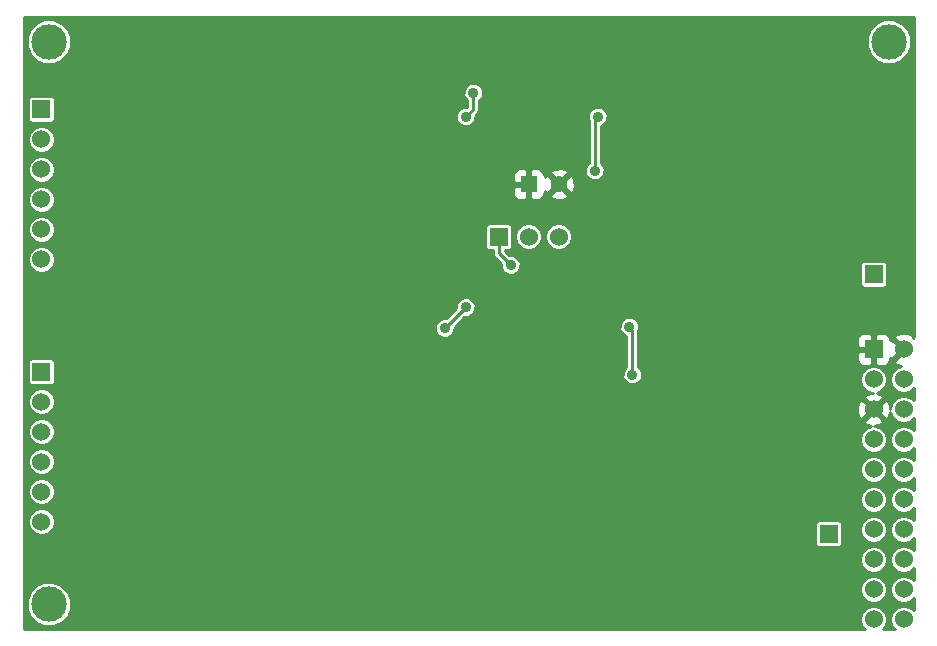
<source format=gbl>
G04 (created by PCBNEW (2013-07-07 BZR 4022)-stable) date 11/28/2013 9:42:38 AM*
%MOIN*%
G04 Gerber Fmt 3.4, Leading zero omitted, Abs format*
%FSLAX34Y34*%
G01*
G70*
G90*
G04 APERTURE LIST*
%ADD10C,0.00590551*%
%ADD11R,0.06X0.06*%
%ADD12C,0.06*%
%ADD13C,0.11811*%
%ADD14R,0.055X0.055*%
%ADD15C,0.055*%
%ADD16C,0.035*%
%ADD17C,0.01*%
G04 APERTURE END LIST*
G54D10*
G54D11*
X64000Y-58250D03*
G54D12*
X65000Y-58250D03*
X64000Y-59250D03*
X65000Y-59250D03*
X64000Y-60250D03*
X65000Y-60250D03*
X64000Y-61250D03*
X65000Y-61250D03*
X64000Y-62250D03*
X65000Y-62250D03*
X64000Y-63250D03*
X65000Y-63250D03*
X64000Y-64250D03*
X65000Y-64250D03*
X64000Y-65250D03*
X65000Y-65250D03*
X64000Y-66250D03*
X65000Y-66250D03*
X64000Y-67250D03*
X65000Y-67250D03*
G54D11*
X51500Y-54500D03*
G54D12*
X52500Y-54500D03*
X53500Y-54500D03*
G54D11*
X36250Y-50250D03*
G54D12*
X36250Y-51250D03*
X36250Y-52250D03*
X36250Y-53250D03*
X36250Y-54250D03*
X36250Y-55250D03*
G54D13*
X36500Y-48000D03*
X64500Y-48000D03*
X36500Y-66750D03*
G54D11*
X62500Y-64400D03*
X64000Y-55750D03*
X36250Y-59000D03*
G54D12*
X36250Y-60000D03*
X36250Y-61000D03*
X36250Y-62000D03*
X36250Y-63000D03*
X36250Y-64000D03*
G54D14*
X52500Y-52750D03*
G54D15*
X53500Y-52750D03*
G54D16*
X61428Y-65768D03*
X60500Y-67000D03*
X44700Y-53350D03*
X47250Y-51550D03*
X55250Y-52500D03*
X58750Y-50800D03*
X61350Y-49500D03*
X58350Y-47500D03*
X49700Y-49950D03*
X44700Y-49900D03*
X47200Y-48050D03*
X38300Y-50450D03*
X40150Y-47650D03*
X42850Y-49500D03*
X51500Y-51500D03*
X50350Y-62900D03*
X43100Y-63500D03*
X54000Y-64072D03*
X43599Y-56443D03*
X42522Y-66563D03*
X58250Y-54263D03*
X51500Y-58477D03*
X49750Y-56727D03*
X38823Y-57861D03*
X47250Y-61773D03*
X49750Y-52314D03*
X60750Y-52074D03*
X37572Y-53399D03*
X58250Y-57517D03*
X60750Y-62070D03*
X40187Y-64611D03*
X37574Y-65616D03*
X43233Y-60068D03*
X44019Y-66560D03*
X47250Y-58521D03*
X49750Y-60225D03*
X50812Y-64139D03*
X58250Y-63774D03*
X58250Y-60766D03*
X60750Y-59978D03*
X38250Y-58523D03*
X39500Y-54941D03*
X39782Y-51433D03*
X60864Y-56737D03*
X53750Y-50835D03*
X39500Y-60515D03*
X42766Y-52936D03*
X44022Y-63312D03*
X37573Y-62264D03*
X53610Y-57821D03*
X37564Y-55633D03*
X47250Y-55023D03*
X47250Y-65273D03*
X49750Y-66726D03*
X54700Y-52300D03*
X54800Y-50500D03*
X50400Y-56850D03*
X49700Y-57550D03*
X50650Y-49700D03*
X50400Y-50500D03*
X51900Y-55450D03*
X55950Y-59100D03*
X55850Y-57500D03*
G54D17*
X61428Y-65768D02*
X61428Y-66071D01*
X61428Y-66071D02*
X60500Y-67000D01*
X44700Y-49900D02*
X44700Y-49850D01*
X54700Y-50600D02*
X54700Y-52300D01*
X54800Y-50500D02*
X54700Y-50600D01*
X49700Y-57550D02*
X50400Y-56850D01*
X50650Y-50250D02*
X50650Y-49700D01*
X50400Y-50500D02*
X50650Y-50250D01*
X51500Y-54500D02*
X51500Y-55050D01*
X51500Y-55050D02*
X51900Y-55450D01*
X55950Y-57600D02*
X55950Y-59100D01*
X55850Y-57500D02*
X55950Y-57600D01*
G54D10*
G36*
X65330Y-66943D02*
X65255Y-66868D01*
X65089Y-66800D01*
X64910Y-66799D01*
X64745Y-66868D01*
X64618Y-66994D01*
X64550Y-67160D01*
X64549Y-67339D01*
X64618Y-67504D01*
X64693Y-67580D01*
X64306Y-67580D01*
X64381Y-67505D01*
X64449Y-67339D01*
X64450Y-67160D01*
X64450Y-66160D01*
X64450Y-65160D01*
X64450Y-64160D01*
X64450Y-63160D01*
X64450Y-62160D01*
X64450Y-61160D01*
X64381Y-60995D01*
X64255Y-60868D01*
X64089Y-60800D01*
X64013Y-60800D01*
X64136Y-60793D01*
X64287Y-60731D01*
X64315Y-60635D01*
X64000Y-60320D01*
X63929Y-60391D01*
X63929Y-60250D01*
X63614Y-59934D01*
X63518Y-59962D01*
X63445Y-60168D01*
X63456Y-60386D01*
X63518Y-60537D01*
X63614Y-60565D01*
X63929Y-60250D01*
X63929Y-60391D01*
X63684Y-60635D01*
X63712Y-60731D01*
X63907Y-60801D01*
X63745Y-60868D01*
X63618Y-60994D01*
X63550Y-61160D01*
X63549Y-61339D01*
X63618Y-61504D01*
X63744Y-61631D01*
X63910Y-61699D01*
X64089Y-61700D01*
X64254Y-61631D01*
X64381Y-61505D01*
X64449Y-61339D01*
X64450Y-61160D01*
X64450Y-62160D01*
X64381Y-61995D01*
X64255Y-61868D01*
X64089Y-61800D01*
X63910Y-61799D01*
X63745Y-61868D01*
X63618Y-61994D01*
X63550Y-62160D01*
X63549Y-62339D01*
X63618Y-62504D01*
X63744Y-62631D01*
X63910Y-62699D01*
X64089Y-62700D01*
X64254Y-62631D01*
X64381Y-62505D01*
X64449Y-62339D01*
X64450Y-62160D01*
X64450Y-63160D01*
X64381Y-62995D01*
X64255Y-62868D01*
X64089Y-62800D01*
X63910Y-62799D01*
X63745Y-62868D01*
X63618Y-62994D01*
X63550Y-63160D01*
X63549Y-63339D01*
X63618Y-63504D01*
X63744Y-63631D01*
X63910Y-63699D01*
X64089Y-63700D01*
X64254Y-63631D01*
X64381Y-63505D01*
X64449Y-63339D01*
X64450Y-63160D01*
X64450Y-64160D01*
X64381Y-63995D01*
X64255Y-63868D01*
X64089Y-63800D01*
X63910Y-63799D01*
X63745Y-63868D01*
X63618Y-63994D01*
X63550Y-64160D01*
X63549Y-64339D01*
X63618Y-64504D01*
X63744Y-64631D01*
X63910Y-64699D01*
X64089Y-64700D01*
X64254Y-64631D01*
X64381Y-64505D01*
X64449Y-64339D01*
X64450Y-64160D01*
X64450Y-65160D01*
X64381Y-64995D01*
X64255Y-64868D01*
X64089Y-64800D01*
X63910Y-64799D01*
X63745Y-64868D01*
X63618Y-64994D01*
X63550Y-65160D01*
X63549Y-65339D01*
X63618Y-65504D01*
X63744Y-65631D01*
X63910Y-65699D01*
X64089Y-65700D01*
X64254Y-65631D01*
X64381Y-65505D01*
X64449Y-65339D01*
X64450Y-65160D01*
X64450Y-66160D01*
X64381Y-65995D01*
X64255Y-65868D01*
X64089Y-65800D01*
X63910Y-65799D01*
X63745Y-65868D01*
X63618Y-65994D01*
X63550Y-66160D01*
X63549Y-66339D01*
X63618Y-66504D01*
X63744Y-66631D01*
X63910Y-66699D01*
X64089Y-66700D01*
X64254Y-66631D01*
X64381Y-66505D01*
X64449Y-66339D01*
X64450Y-66160D01*
X64450Y-67160D01*
X64381Y-66995D01*
X64255Y-66868D01*
X64089Y-66800D01*
X63910Y-66799D01*
X63745Y-66868D01*
X63618Y-66994D01*
X63550Y-67160D01*
X63549Y-67339D01*
X63618Y-67504D01*
X63693Y-67580D01*
X62950Y-67580D01*
X62950Y-64670D01*
X62950Y-64070D01*
X62927Y-64015D01*
X62885Y-63972D01*
X62829Y-63950D01*
X62770Y-63949D01*
X62170Y-63949D01*
X62115Y-63972D01*
X62072Y-64014D01*
X62050Y-64070D01*
X62049Y-64129D01*
X62049Y-64729D01*
X62072Y-64784D01*
X62114Y-64827D01*
X62170Y-64849D01*
X62229Y-64850D01*
X62829Y-64850D01*
X62884Y-64827D01*
X62927Y-64785D01*
X62949Y-64729D01*
X62950Y-64670D01*
X62950Y-67580D01*
X56275Y-67580D01*
X56275Y-59035D01*
X56225Y-58916D01*
X56150Y-58840D01*
X56150Y-57625D01*
X56174Y-57564D01*
X56175Y-57435D01*
X56125Y-57316D01*
X56034Y-57224D01*
X55914Y-57175D01*
X55785Y-57174D01*
X55666Y-57224D01*
X55574Y-57315D01*
X55525Y-57435D01*
X55524Y-57564D01*
X55574Y-57683D01*
X55665Y-57775D01*
X55750Y-57810D01*
X55750Y-58840D01*
X55674Y-58915D01*
X55625Y-59035D01*
X55624Y-59164D01*
X55674Y-59283D01*
X55765Y-59375D01*
X55885Y-59424D01*
X56014Y-59425D01*
X56133Y-59375D01*
X56225Y-59284D01*
X56274Y-59164D01*
X56275Y-59035D01*
X56275Y-67580D01*
X55125Y-67580D01*
X55125Y-50435D01*
X55075Y-50316D01*
X54984Y-50224D01*
X54864Y-50175D01*
X54735Y-50174D01*
X54616Y-50224D01*
X54524Y-50315D01*
X54475Y-50435D01*
X54474Y-50564D01*
X54500Y-50625D01*
X54500Y-52040D01*
X54424Y-52115D01*
X54375Y-52235D01*
X54374Y-52364D01*
X54424Y-52483D01*
X54515Y-52575D01*
X54635Y-52624D01*
X54764Y-52625D01*
X54883Y-52575D01*
X54975Y-52484D01*
X55024Y-52364D01*
X55025Y-52235D01*
X54975Y-52116D01*
X54900Y-52040D01*
X54900Y-50810D01*
X54983Y-50775D01*
X55075Y-50684D01*
X55124Y-50564D01*
X55125Y-50435D01*
X55125Y-67580D01*
X54029Y-67580D01*
X54029Y-52825D01*
X54018Y-52617D01*
X53960Y-52477D01*
X53867Y-52452D01*
X53797Y-52523D01*
X53797Y-52382D01*
X53772Y-52289D01*
X53575Y-52220D01*
X53367Y-52231D01*
X53227Y-52289D01*
X53202Y-52382D01*
X53500Y-52679D01*
X53797Y-52382D01*
X53797Y-52523D01*
X53570Y-52750D01*
X53867Y-53047D01*
X53960Y-53022D01*
X54029Y-52825D01*
X54029Y-67580D01*
X53950Y-67580D01*
X53950Y-54410D01*
X53881Y-54245D01*
X53797Y-54160D01*
X53797Y-53117D01*
X53500Y-52820D01*
X53429Y-52891D01*
X53429Y-52750D01*
X53132Y-52452D01*
X53039Y-52477D01*
X53025Y-52518D01*
X53024Y-52425D01*
X52986Y-52333D01*
X52916Y-52262D01*
X52824Y-52224D01*
X52612Y-52225D01*
X52550Y-52287D01*
X52550Y-52700D01*
X52557Y-52700D01*
X52557Y-52800D01*
X52550Y-52800D01*
X52550Y-53212D01*
X52612Y-53275D01*
X52824Y-53275D01*
X52916Y-53237D01*
X52986Y-53166D01*
X53024Y-53074D01*
X53025Y-52987D01*
X53039Y-53022D01*
X53132Y-53047D01*
X53429Y-52750D01*
X53429Y-52891D01*
X53202Y-53117D01*
X53227Y-53210D01*
X53424Y-53279D01*
X53632Y-53268D01*
X53772Y-53210D01*
X53797Y-53117D01*
X53797Y-54160D01*
X53755Y-54118D01*
X53589Y-54050D01*
X53410Y-54049D01*
X53245Y-54118D01*
X53118Y-54244D01*
X53050Y-54410D01*
X53049Y-54589D01*
X53118Y-54754D01*
X53244Y-54881D01*
X53410Y-54949D01*
X53589Y-54950D01*
X53754Y-54881D01*
X53881Y-54755D01*
X53949Y-54589D01*
X53950Y-54410D01*
X53950Y-67580D01*
X52950Y-67580D01*
X52950Y-54410D01*
X52881Y-54245D01*
X52755Y-54118D01*
X52589Y-54050D01*
X52450Y-54049D01*
X52450Y-53212D01*
X52450Y-52800D01*
X52450Y-52700D01*
X52450Y-52287D01*
X52387Y-52225D01*
X52175Y-52224D01*
X52083Y-52262D01*
X52013Y-52333D01*
X51975Y-52425D01*
X51974Y-52524D01*
X51975Y-52637D01*
X52037Y-52700D01*
X52450Y-52700D01*
X52450Y-52800D01*
X52037Y-52800D01*
X51975Y-52862D01*
X51974Y-52975D01*
X51975Y-53074D01*
X52013Y-53166D01*
X52083Y-53237D01*
X52175Y-53275D01*
X52387Y-53275D01*
X52450Y-53212D01*
X52450Y-54049D01*
X52410Y-54049D01*
X52245Y-54118D01*
X52118Y-54244D01*
X52050Y-54410D01*
X52049Y-54589D01*
X52118Y-54754D01*
X52244Y-54881D01*
X52410Y-54949D01*
X52589Y-54950D01*
X52754Y-54881D01*
X52881Y-54755D01*
X52949Y-54589D01*
X52950Y-54410D01*
X52950Y-67580D01*
X52225Y-67580D01*
X52225Y-55385D01*
X52175Y-55266D01*
X52084Y-55174D01*
X51964Y-55125D01*
X51857Y-55124D01*
X51700Y-54967D01*
X51700Y-54950D01*
X51829Y-54950D01*
X51884Y-54927D01*
X51927Y-54885D01*
X51949Y-54829D01*
X51950Y-54770D01*
X51950Y-54170D01*
X51927Y-54115D01*
X51885Y-54072D01*
X51829Y-54050D01*
X51770Y-54049D01*
X51170Y-54049D01*
X51115Y-54072D01*
X51072Y-54114D01*
X51050Y-54170D01*
X51049Y-54229D01*
X51049Y-54829D01*
X51072Y-54884D01*
X51114Y-54927D01*
X51170Y-54949D01*
X51229Y-54950D01*
X51300Y-54950D01*
X51300Y-55050D01*
X51315Y-55126D01*
X51358Y-55191D01*
X51575Y-55407D01*
X51574Y-55514D01*
X51624Y-55633D01*
X51715Y-55725D01*
X51835Y-55774D01*
X51964Y-55775D01*
X52083Y-55725D01*
X52175Y-55634D01*
X52224Y-55514D01*
X52225Y-55385D01*
X52225Y-67580D01*
X50975Y-67580D01*
X50975Y-49635D01*
X50925Y-49516D01*
X50834Y-49424D01*
X50714Y-49375D01*
X50585Y-49374D01*
X50466Y-49424D01*
X50374Y-49515D01*
X50325Y-49635D01*
X50324Y-49764D01*
X50374Y-49883D01*
X50450Y-49959D01*
X50450Y-50167D01*
X50442Y-50175D01*
X50335Y-50174D01*
X50216Y-50224D01*
X50124Y-50315D01*
X50075Y-50435D01*
X50074Y-50564D01*
X50124Y-50683D01*
X50215Y-50775D01*
X50335Y-50824D01*
X50464Y-50825D01*
X50583Y-50775D01*
X50675Y-50684D01*
X50724Y-50564D01*
X50725Y-50457D01*
X50791Y-50391D01*
X50791Y-50391D01*
X50820Y-50348D01*
X50834Y-50326D01*
X50834Y-50326D01*
X50849Y-50250D01*
X50850Y-50250D01*
X50850Y-49959D01*
X50925Y-49884D01*
X50974Y-49764D01*
X50975Y-49635D01*
X50975Y-67580D01*
X50725Y-67580D01*
X50725Y-56785D01*
X50675Y-56666D01*
X50584Y-56574D01*
X50464Y-56525D01*
X50335Y-56524D01*
X50216Y-56574D01*
X50124Y-56665D01*
X50075Y-56785D01*
X50074Y-56892D01*
X49742Y-57225D01*
X49635Y-57224D01*
X49516Y-57274D01*
X49424Y-57365D01*
X49375Y-57485D01*
X49374Y-57614D01*
X49424Y-57733D01*
X49515Y-57825D01*
X49635Y-57874D01*
X49764Y-57875D01*
X49883Y-57825D01*
X49975Y-57734D01*
X50024Y-57614D01*
X50025Y-57507D01*
X50357Y-57174D01*
X50464Y-57175D01*
X50583Y-57125D01*
X50675Y-57034D01*
X50724Y-56914D01*
X50725Y-56785D01*
X50725Y-67580D01*
X37240Y-67580D01*
X37240Y-66603D01*
X37240Y-47853D01*
X37128Y-47581D01*
X36920Y-47372D01*
X36647Y-47259D01*
X36353Y-47259D01*
X36081Y-47371D01*
X35872Y-47579D01*
X35759Y-47852D01*
X35759Y-48146D01*
X35871Y-48418D01*
X36079Y-48627D01*
X36352Y-48740D01*
X36646Y-48740D01*
X36918Y-48628D01*
X37127Y-48420D01*
X37240Y-48147D01*
X37240Y-47853D01*
X37240Y-66603D01*
X37128Y-66331D01*
X36920Y-66122D01*
X36700Y-66031D01*
X36700Y-63910D01*
X36700Y-62910D01*
X36700Y-61910D01*
X36700Y-60910D01*
X36700Y-59910D01*
X36700Y-55160D01*
X36700Y-54160D01*
X36700Y-53160D01*
X36700Y-52160D01*
X36700Y-51160D01*
X36700Y-51160D01*
X36700Y-50520D01*
X36700Y-49920D01*
X36677Y-49865D01*
X36635Y-49822D01*
X36579Y-49800D01*
X36520Y-49799D01*
X35920Y-49799D01*
X35865Y-49822D01*
X35822Y-49864D01*
X35800Y-49920D01*
X35799Y-49979D01*
X35799Y-50579D01*
X35822Y-50634D01*
X35864Y-50677D01*
X35920Y-50699D01*
X35979Y-50700D01*
X36579Y-50700D01*
X36634Y-50677D01*
X36677Y-50635D01*
X36699Y-50579D01*
X36700Y-50520D01*
X36700Y-51160D01*
X36631Y-50995D01*
X36505Y-50868D01*
X36339Y-50800D01*
X36160Y-50799D01*
X35995Y-50868D01*
X35868Y-50994D01*
X35800Y-51160D01*
X35799Y-51339D01*
X35868Y-51504D01*
X35994Y-51631D01*
X36160Y-51699D01*
X36339Y-51700D01*
X36504Y-51631D01*
X36631Y-51505D01*
X36699Y-51339D01*
X36700Y-51160D01*
X36700Y-52160D01*
X36631Y-51995D01*
X36505Y-51868D01*
X36339Y-51800D01*
X36160Y-51799D01*
X35995Y-51868D01*
X35868Y-51994D01*
X35800Y-52160D01*
X35799Y-52339D01*
X35868Y-52504D01*
X35994Y-52631D01*
X36160Y-52699D01*
X36339Y-52700D01*
X36504Y-52631D01*
X36631Y-52505D01*
X36699Y-52339D01*
X36700Y-52160D01*
X36700Y-53160D01*
X36631Y-52995D01*
X36505Y-52868D01*
X36339Y-52800D01*
X36160Y-52799D01*
X35995Y-52868D01*
X35868Y-52994D01*
X35800Y-53160D01*
X35799Y-53339D01*
X35868Y-53504D01*
X35994Y-53631D01*
X36160Y-53699D01*
X36339Y-53700D01*
X36504Y-53631D01*
X36631Y-53505D01*
X36699Y-53339D01*
X36700Y-53160D01*
X36700Y-54160D01*
X36631Y-53995D01*
X36505Y-53868D01*
X36339Y-53800D01*
X36160Y-53799D01*
X35995Y-53868D01*
X35868Y-53994D01*
X35800Y-54160D01*
X35799Y-54339D01*
X35868Y-54504D01*
X35994Y-54631D01*
X36160Y-54699D01*
X36339Y-54700D01*
X36504Y-54631D01*
X36631Y-54505D01*
X36699Y-54339D01*
X36700Y-54160D01*
X36700Y-55160D01*
X36631Y-54995D01*
X36505Y-54868D01*
X36339Y-54800D01*
X36160Y-54799D01*
X35995Y-54868D01*
X35868Y-54994D01*
X35800Y-55160D01*
X35799Y-55339D01*
X35868Y-55504D01*
X35994Y-55631D01*
X36160Y-55699D01*
X36339Y-55700D01*
X36504Y-55631D01*
X36631Y-55505D01*
X36699Y-55339D01*
X36700Y-55160D01*
X36700Y-59910D01*
X36700Y-59910D01*
X36700Y-59270D01*
X36700Y-58670D01*
X36677Y-58615D01*
X36635Y-58572D01*
X36579Y-58550D01*
X36520Y-58549D01*
X35920Y-58549D01*
X35865Y-58572D01*
X35822Y-58614D01*
X35800Y-58670D01*
X35799Y-58729D01*
X35799Y-59329D01*
X35822Y-59384D01*
X35864Y-59427D01*
X35920Y-59449D01*
X35979Y-59450D01*
X36579Y-59450D01*
X36634Y-59427D01*
X36677Y-59385D01*
X36699Y-59329D01*
X36700Y-59270D01*
X36700Y-59910D01*
X36631Y-59745D01*
X36505Y-59618D01*
X36339Y-59550D01*
X36160Y-59549D01*
X35995Y-59618D01*
X35868Y-59744D01*
X35800Y-59910D01*
X35799Y-60089D01*
X35868Y-60254D01*
X35994Y-60381D01*
X36160Y-60449D01*
X36339Y-60450D01*
X36504Y-60381D01*
X36631Y-60255D01*
X36699Y-60089D01*
X36700Y-59910D01*
X36700Y-60910D01*
X36631Y-60745D01*
X36505Y-60618D01*
X36339Y-60550D01*
X36160Y-60549D01*
X35995Y-60618D01*
X35868Y-60744D01*
X35800Y-60910D01*
X35799Y-61089D01*
X35868Y-61254D01*
X35994Y-61381D01*
X36160Y-61449D01*
X36339Y-61450D01*
X36504Y-61381D01*
X36631Y-61255D01*
X36699Y-61089D01*
X36700Y-60910D01*
X36700Y-61910D01*
X36631Y-61745D01*
X36505Y-61618D01*
X36339Y-61550D01*
X36160Y-61549D01*
X35995Y-61618D01*
X35868Y-61744D01*
X35800Y-61910D01*
X35799Y-62089D01*
X35868Y-62254D01*
X35994Y-62381D01*
X36160Y-62449D01*
X36339Y-62450D01*
X36504Y-62381D01*
X36631Y-62255D01*
X36699Y-62089D01*
X36700Y-61910D01*
X36700Y-62910D01*
X36631Y-62745D01*
X36505Y-62618D01*
X36339Y-62550D01*
X36160Y-62549D01*
X35995Y-62618D01*
X35868Y-62744D01*
X35800Y-62910D01*
X35799Y-63089D01*
X35868Y-63254D01*
X35994Y-63381D01*
X36160Y-63449D01*
X36339Y-63450D01*
X36504Y-63381D01*
X36631Y-63255D01*
X36699Y-63089D01*
X36700Y-62910D01*
X36700Y-63910D01*
X36631Y-63745D01*
X36505Y-63618D01*
X36339Y-63550D01*
X36160Y-63549D01*
X35995Y-63618D01*
X35868Y-63744D01*
X35800Y-63910D01*
X35799Y-64089D01*
X35868Y-64254D01*
X35994Y-64381D01*
X36160Y-64449D01*
X36339Y-64450D01*
X36504Y-64381D01*
X36631Y-64255D01*
X36699Y-64089D01*
X36700Y-63910D01*
X36700Y-66031D01*
X36647Y-66009D01*
X36353Y-66009D01*
X36081Y-66121D01*
X35872Y-66329D01*
X35759Y-66602D01*
X35759Y-66896D01*
X35871Y-67168D01*
X36079Y-67377D01*
X36352Y-67490D01*
X36646Y-67490D01*
X36918Y-67378D01*
X37127Y-67170D01*
X37240Y-66897D01*
X37240Y-66603D01*
X37240Y-67580D01*
X35669Y-67580D01*
X35669Y-47169D01*
X65330Y-47169D01*
X65330Y-57848D01*
X65315Y-57864D01*
X65287Y-57768D01*
X65240Y-57751D01*
X65240Y-47853D01*
X65128Y-47581D01*
X64920Y-47372D01*
X64647Y-47259D01*
X64353Y-47259D01*
X64081Y-47371D01*
X63872Y-47579D01*
X63759Y-47852D01*
X63759Y-48146D01*
X63871Y-48418D01*
X64079Y-48627D01*
X64352Y-48740D01*
X64646Y-48740D01*
X64918Y-48628D01*
X65127Y-48420D01*
X65240Y-48147D01*
X65240Y-47853D01*
X65240Y-57751D01*
X65081Y-57695D01*
X64863Y-57706D01*
X64712Y-57768D01*
X64684Y-57864D01*
X65000Y-58179D01*
X65005Y-58173D01*
X65076Y-58244D01*
X65070Y-58250D01*
X65076Y-58255D01*
X65005Y-58326D01*
X65000Y-58320D01*
X64929Y-58391D01*
X64929Y-58250D01*
X64614Y-57934D01*
X64550Y-57953D01*
X64550Y-57900D01*
X64512Y-57808D01*
X64450Y-57746D01*
X64450Y-56020D01*
X64450Y-55420D01*
X64427Y-55365D01*
X64385Y-55322D01*
X64329Y-55300D01*
X64270Y-55299D01*
X63670Y-55299D01*
X63615Y-55322D01*
X63572Y-55364D01*
X63550Y-55420D01*
X63549Y-55479D01*
X63549Y-56079D01*
X63572Y-56134D01*
X63614Y-56177D01*
X63670Y-56199D01*
X63729Y-56200D01*
X64329Y-56200D01*
X64384Y-56177D01*
X64427Y-56135D01*
X64449Y-56079D01*
X64450Y-56020D01*
X64450Y-57746D01*
X64441Y-57738D01*
X64349Y-57700D01*
X64250Y-57699D01*
X64112Y-57700D01*
X64050Y-57762D01*
X64050Y-58200D01*
X64057Y-58200D01*
X64057Y-58300D01*
X64050Y-58300D01*
X64050Y-58737D01*
X64112Y-58800D01*
X64250Y-58800D01*
X64349Y-58799D01*
X64441Y-58761D01*
X64512Y-58691D01*
X64550Y-58599D01*
X64550Y-58546D01*
X64614Y-58565D01*
X64929Y-58250D01*
X64929Y-58391D01*
X64684Y-58635D01*
X64712Y-58731D01*
X64907Y-58801D01*
X64745Y-58868D01*
X64618Y-58994D01*
X64550Y-59160D01*
X64549Y-59339D01*
X64618Y-59504D01*
X64744Y-59631D01*
X64910Y-59699D01*
X65089Y-59700D01*
X65254Y-59631D01*
X65330Y-59556D01*
X65330Y-59943D01*
X65255Y-59868D01*
X65089Y-59800D01*
X64910Y-59799D01*
X64745Y-59868D01*
X64618Y-59994D01*
X64550Y-60160D01*
X64550Y-60236D01*
X64543Y-60113D01*
X64481Y-59962D01*
X64450Y-59953D01*
X64450Y-59160D01*
X64381Y-58995D01*
X64255Y-58868D01*
X64089Y-58800D01*
X63950Y-58799D01*
X63950Y-58737D01*
X63950Y-58300D01*
X63950Y-58200D01*
X63950Y-57762D01*
X63887Y-57700D01*
X63749Y-57699D01*
X63650Y-57700D01*
X63558Y-57738D01*
X63487Y-57808D01*
X63449Y-57900D01*
X63450Y-58137D01*
X63512Y-58200D01*
X63950Y-58200D01*
X63950Y-58300D01*
X63512Y-58300D01*
X63450Y-58362D01*
X63449Y-58599D01*
X63487Y-58691D01*
X63558Y-58761D01*
X63650Y-58799D01*
X63749Y-58800D01*
X63887Y-58800D01*
X63950Y-58737D01*
X63950Y-58799D01*
X63910Y-58799D01*
X63745Y-58868D01*
X63618Y-58994D01*
X63550Y-59160D01*
X63549Y-59339D01*
X63618Y-59504D01*
X63744Y-59631D01*
X63910Y-59699D01*
X63986Y-59699D01*
X63863Y-59706D01*
X63712Y-59768D01*
X63684Y-59864D01*
X64000Y-60179D01*
X64315Y-59864D01*
X64287Y-59768D01*
X64092Y-59698D01*
X64254Y-59631D01*
X64381Y-59505D01*
X64449Y-59339D01*
X64450Y-59160D01*
X64450Y-59953D01*
X64385Y-59934D01*
X64070Y-60250D01*
X64385Y-60565D01*
X64481Y-60537D01*
X64551Y-60342D01*
X64618Y-60504D01*
X64744Y-60631D01*
X64910Y-60699D01*
X65089Y-60700D01*
X65254Y-60631D01*
X65330Y-60556D01*
X65330Y-60943D01*
X65255Y-60868D01*
X65089Y-60800D01*
X64910Y-60799D01*
X64745Y-60868D01*
X64618Y-60994D01*
X64550Y-61160D01*
X64549Y-61339D01*
X64618Y-61504D01*
X64744Y-61631D01*
X64910Y-61699D01*
X65089Y-61700D01*
X65254Y-61631D01*
X65330Y-61556D01*
X65330Y-61943D01*
X65255Y-61868D01*
X65089Y-61800D01*
X64910Y-61799D01*
X64745Y-61868D01*
X64618Y-61994D01*
X64550Y-62160D01*
X64549Y-62339D01*
X64618Y-62504D01*
X64744Y-62631D01*
X64910Y-62699D01*
X65089Y-62700D01*
X65254Y-62631D01*
X65330Y-62556D01*
X65330Y-62943D01*
X65255Y-62868D01*
X65089Y-62800D01*
X64910Y-62799D01*
X64745Y-62868D01*
X64618Y-62994D01*
X64550Y-63160D01*
X64549Y-63339D01*
X64618Y-63504D01*
X64744Y-63631D01*
X64910Y-63699D01*
X65089Y-63700D01*
X65254Y-63631D01*
X65330Y-63556D01*
X65330Y-63943D01*
X65255Y-63868D01*
X65089Y-63800D01*
X64910Y-63799D01*
X64745Y-63868D01*
X64618Y-63994D01*
X64550Y-64160D01*
X64549Y-64339D01*
X64618Y-64504D01*
X64744Y-64631D01*
X64910Y-64699D01*
X65089Y-64700D01*
X65254Y-64631D01*
X65330Y-64556D01*
X65330Y-64943D01*
X65255Y-64868D01*
X65089Y-64800D01*
X64910Y-64799D01*
X64745Y-64868D01*
X64618Y-64994D01*
X64550Y-65160D01*
X64549Y-65339D01*
X64618Y-65504D01*
X64744Y-65631D01*
X64910Y-65699D01*
X65089Y-65700D01*
X65254Y-65631D01*
X65330Y-65556D01*
X65330Y-65943D01*
X65255Y-65868D01*
X65089Y-65800D01*
X64910Y-65799D01*
X64745Y-65868D01*
X64618Y-65994D01*
X64550Y-66160D01*
X64549Y-66339D01*
X64618Y-66504D01*
X64744Y-66631D01*
X64910Y-66699D01*
X65089Y-66700D01*
X65254Y-66631D01*
X65330Y-66556D01*
X65330Y-66943D01*
X65330Y-66943D01*
G37*
G54D17*
X65330Y-66943D02*
X65255Y-66868D01*
X65089Y-66800D01*
X64910Y-66799D01*
X64745Y-66868D01*
X64618Y-66994D01*
X64550Y-67160D01*
X64549Y-67339D01*
X64618Y-67504D01*
X64693Y-67580D01*
X64306Y-67580D01*
X64381Y-67505D01*
X64449Y-67339D01*
X64450Y-67160D01*
X64450Y-66160D01*
X64450Y-65160D01*
X64450Y-64160D01*
X64450Y-63160D01*
X64450Y-62160D01*
X64450Y-61160D01*
X64381Y-60995D01*
X64255Y-60868D01*
X64089Y-60800D01*
X64013Y-60800D01*
X64136Y-60793D01*
X64287Y-60731D01*
X64315Y-60635D01*
X64000Y-60320D01*
X63929Y-60391D01*
X63929Y-60250D01*
X63614Y-59934D01*
X63518Y-59962D01*
X63445Y-60168D01*
X63456Y-60386D01*
X63518Y-60537D01*
X63614Y-60565D01*
X63929Y-60250D01*
X63929Y-60391D01*
X63684Y-60635D01*
X63712Y-60731D01*
X63907Y-60801D01*
X63745Y-60868D01*
X63618Y-60994D01*
X63550Y-61160D01*
X63549Y-61339D01*
X63618Y-61504D01*
X63744Y-61631D01*
X63910Y-61699D01*
X64089Y-61700D01*
X64254Y-61631D01*
X64381Y-61505D01*
X64449Y-61339D01*
X64450Y-61160D01*
X64450Y-62160D01*
X64381Y-61995D01*
X64255Y-61868D01*
X64089Y-61800D01*
X63910Y-61799D01*
X63745Y-61868D01*
X63618Y-61994D01*
X63550Y-62160D01*
X63549Y-62339D01*
X63618Y-62504D01*
X63744Y-62631D01*
X63910Y-62699D01*
X64089Y-62700D01*
X64254Y-62631D01*
X64381Y-62505D01*
X64449Y-62339D01*
X64450Y-62160D01*
X64450Y-63160D01*
X64381Y-62995D01*
X64255Y-62868D01*
X64089Y-62800D01*
X63910Y-62799D01*
X63745Y-62868D01*
X63618Y-62994D01*
X63550Y-63160D01*
X63549Y-63339D01*
X63618Y-63504D01*
X63744Y-63631D01*
X63910Y-63699D01*
X64089Y-63700D01*
X64254Y-63631D01*
X64381Y-63505D01*
X64449Y-63339D01*
X64450Y-63160D01*
X64450Y-64160D01*
X64381Y-63995D01*
X64255Y-63868D01*
X64089Y-63800D01*
X63910Y-63799D01*
X63745Y-63868D01*
X63618Y-63994D01*
X63550Y-64160D01*
X63549Y-64339D01*
X63618Y-64504D01*
X63744Y-64631D01*
X63910Y-64699D01*
X64089Y-64700D01*
X64254Y-64631D01*
X64381Y-64505D01*
X64449Y-64339D01*
X64450Y-64160D01*
X64450Y-65160D01*
X64381Y-64995D01*
X64255Y-64868D01*
X64089Y-64800D01*
X63910Y-64799D01*
X63745Y-64868D01*
X63618Y-64994D01*
X63550Y-65160D01*
X63549Y-65339D01*
X63618Y-65504D01*
X63744Y-65631D01*
X63910Y-65699D01*
X64089Y-65700D01*
X64254Y-65631D01*
X64381Y-65505D01*
X64449Y-65339D01*
X64450Y-65160D01*
X64450Y-66160D01*
X64381Y-65995D01*
X64255Y-65868D01*
X64089Y-65800D01*
X63910Y-65799D01*
X63745Y-65868D01*
X63618Y-65994D01*
X63550Y-66160D01*
X63549Y-66339D01*
X63618Y-66504D01*
X63744Y-66631D01*
X63910Y-66699D01*
X64089Y-66700D01*
X64254Y-66631D01*
X64381Y-66505D01*
X64449Y-66339D01*
X64450Y-66160D01*
X64450Y-67160D01*
X64381Y-66995D01*
X64255Y-66868D01*
X64089Y-66800D01*
X63910Y-66799D01*
X63745Y-66868D01*
X63618Y-66994D01*
X63550Y-67160D01*
X63549Y-67339D01*
X63618Y-67504D01*
X63693Y-67580D01*
X62950Y-67580D01*
X62950Y-64670D01*
X62950Y-64070D01*
X62927Y-64015D01*
X62885Y-63972D01*
X62829Y-63950D01*
X62770Y-63949D01*
X62170Y-63949D01*
X62115Y-63972D01*
X62072Y-64014D01*
X62050Y-64070D01*
X62049Y-64129D01*
X62049Y-64729D01*
X62072Y-64784D01*
X62114Y-64827D01*
X62170Y-64849D01*
X62229Y-64850D01*
X62829Y-64850D01*
X62884Y-64827D01*
X62927Y-64785D01*
X62949Y-64729D01*
X62950Y-64670D01*
X62950Y-67580D01*
X56275Y-67580D01*
X56275Y-59035D01*
X56225Y-58916D01*
X56150Y-58840D01*
X56150Y-57625D01*
X56174Y-57564D01*
X56175Y-57435D01*
X56125Y-57316D01*
X56034Y-57224D01*
X55914Y-57175D01*
X55785Y-57174D01*
X55666Y-57224D01*
X55574Y-57315D01*
X55525Y-57435D01*
X55524Y-57564D01*
X55574Y-57683D01*
X55665Y-57775D01*
X55750Y-57810D01*
X55750Y-58840D01*
X55674Y-58915D01*
X55625Y-59035D01*
X55624Y-59164D01*
X55674Y-59283D01*
X55765Y-59375D01*
X55885Y-59424D01*
X56014Y-59425D01*
X56133Y-59375D01*
X56225Y-59284D01*
X56274Y-59164D01*
X56275Y-59035D01*
X56275Y-67580D01*
X55125Y-67580D01*
X55125Y-50435D01*
X55075Y-50316D01*
X54984Y-50224D01*
X54864Y-50175D01*
X54735Y-50174D01*
X54616Y-50224D01*
X54524Y-50315D01*
X54475Y-50435D01*
X54474Y-50564D01*
X54500Y-50625D01*
X54500Y-52040D01*
X54424Y-52115D01*
X54375Y-52235D01*
X54374Y-52364D01*
X54424Y-52483D01*
X54515Y-52575D01*
X54635Y-52624D01*
X54764Y-52625D01*
X54883Y-52575D01*
X54975Y-52484D01*
X55024Y-52364D01*
X55025Y-52235D01*
X54975Y-52116D01*
X54900Y-52040D01*
X54900Y-50810D01*
X54983Y-50775D01*
X55075Y-50684D01*
X55124Y-50564D01*
X55125Y-50435D01*
X55125Y-67580D01*
X54029Y-67580D01*
X54029Y-52825D01*
X54018Y-52617D01*
X53960Y-52477D01*
X53867Y-52452D01*
X53797Y-52523D01*
X53797Y-52382D01*
X53772Y-52289D01*
X53575Y-52220D01*
X53367Y-52231D01*
X53227Y-52289D01*
X53202Y-52382D01*
X53500Y-52679D01*
X53797Y-52382D01*
X53797Y-52523D01*
X53570Y-52750D01*
X53867Y-53047D01*
X53960Y-53022D01*
X54029Y-52825D01*
X54029Y-67580D01*
X53950Y-67580D01*
X53950Y-54410D01*
X53881Y-54245D01*
X53797Y-54160D01*
X53797Y-53117D01*
X53500Y-52820D01*
X53429Y-52891D01*
X53429Y-52750D01*
X53132Y-52452D01*
X53039Y-52477D01*
X53025Y-52518D01*
X53024Y-52425D01*
X52986Y-52333D01*
X52916Y-52262D01*
X52824Y-52224D01*
X52612Y-52225D01*
X52550Y-52287D01*
X52550Y-52700D01*
X52557Y-52700D01*
X52557Y-52800D01*
X52550Y-52800D01*
X52550Y-53212D01*
X52612Y-53275D01*
X52824Y-53275D01*
X52916Y-53237D01*
X52986Y-53166D01*
X53024Y-53074D01*
X53025Y-52987D01*
X53039Y-53022D01*
X53132Y-53047D01*
X53429Y-52750D01*
X53429Y-52891D01*
X53202Y-53117D01*
X53227Y-53210D01*
X53424Y-53279D01*
X53632Y-53268D01*
X53772Y-53210D01*
X53797Y-53117D01*
X53797Y-54160D01*
X53755Y-54118D01*
X53589Y-54050D01*
X53410Y-54049D01*
X53245Y-54118D01*
X53118Y-54244D01*
X53050Y-54410D01*
X53049Y-54589D01*
X53118Y-54754D01*
X53244Y-54881D01*
X53410Y-54949D01*
X53589Y-54950D01*
X53754Y-54881D01*
X53881Y-54755D01*
X53949Y-54589D01*
X53950Y-54410D01*
X53950Y-67580D01*
X52950Y-67580D01*
X52950Y-54410D01*
X52881Y-54245D01*
X52755Y-54118D01*
X52589Y-54050D01*
X52450Y-54049D01*
X52450Y-53212D01*
X52450Y-52800D01*
X52450Y-52700D01*
X52450Y-52287D01*
X52387Y-52225D01*
X52175Y-52224D01*
X52083Y-52262D01*
X52013Y-52333D01*
X51975Y-52425D01*
X51974Y-52524D01*
X51975Y-52637D01*
X52037Y-52700D01*
X52450Y-52700D01*
X52450Y-52800D01*
X52037Y-52800D01*
X51975Y-52862D01*
X51974Y-52975D01*
X51975Y-53074D01*
X52013Y-53166D01*
X52083Y-53237D01*
X52175Y-53275D01*
X52387Y-53275D01*
X52450Y-53212D01*
X52450Y-54049D01*
X52410Y-54049D01*
X52245Y-54118D01*
X52118Y-54244D01*
X52050Y-54410D01*
X52049Y-54589D01*
X52118Y-54754D01*
X52244Y-54881D01*
X52410Y-54949D01*
X52589Y-54950D01*
X52754Y-54881D01*
X52881Y-54755D01*
X52949Y-54589D01*
X52950Y-54410D01*
X52950Y-67580D01*
X52225Y-67580D01*
X52225Y-55385D01*
X52175Y-55266D01*
X52084Y-55174D01*
X51964Y-55125D01*
X51857Y-55124D01*
X51700Y-54967D01*
X51700Y-54950D01*
X51829Y-54950D01*
X51884Y-54927D01*
X51927Y-54885D01*
X51949Y-54829D01*
X51950Y-54770D01*
X51950Y-54170D01*
X51927Y-54115D01*
X51885Y-54072D01*
X51829Y-54050D01*
X51770Y-54049D01*
X51170Y-54049D01*
X51115Y-54072D01*
X51072Y-54114D01*
X51050Y-54170D01*
X51049Y-54229D01*
X51049Y-54829D01*
X51072Y-54884D01*
X51114Y-54927D01*
X51170Y-54949D01*
X51229Y-54950D01*
X51300Y-54950D01*
X51300Y-55050D01*
X51315Y-55126D01*
X51358Y-55191D01*
X51575Y-55407D01*
X51574Y-55514D01*
X51624Y-55633D01*
X51715Y-55725D01*
X51835Y-55774D01*
X51964Y-55775D01*
X52083Y-55725D01*
X52175Y-55634D01*
X52224Y-55514D01*
X52225Y-55385D01*
X52225Y-67580D01*
X50975Y-67580D01*
X50975Y-49635D01*
X50925Y-49516D01*
X50834Y-49424D01*
X50714Y-49375D01*
X50585Y-49374D01*
X50466Y-49424D01*
X50374Y-49515D01*
X50325Y-49635D01*
X50324Y-49764D01*
X50374Y-49883D01*
X50450Y-49959D01*
X50450Y-50167D01*
X50442Y-50175D01*
X50335Y-50174D01*
X50216Y-50224D01*
X50124Y-50315D01*
X50075Y-50435D01*
X50074Y-50564D01*
X50124Y-50683D01*
X50215Y-50775D01*
X50335Y-50824D01*
X50464Y-50825D01*
X50583Y-50775D01*
X50675Y-50684D01*
X50724Y-50564D01*
X50725Y-50457D01*
X50791Y-50391D01*
X50791Y-50391D01*
X50820Y-50348D01*
X50834Y-50326D01*
X50834Y-50326D01*
X50849Y-50250D01*
X50850Y-50250D01*
X50850Y-49959D01*
X50925Y-49884D01*
X50974Y-49764D01*
X50975Y-49635D01*
X50975Y-67580D01*
X50725Y-67580D01*
X50725Y-56785D01*
X50675Y-56666D01*
X50584Y-56574D01*
X50464Y-56525D01*
X50335Y-56524D01*
X50216Y-56574D01*
X50124Y-56665D01*
X50075Y-56785D01*
X50074Y-56892D01*
X49742Y-57225D01*
X49635Y-57224D01*
X49516Y-57274D01*
X49424Y-57365D01*
X49375Y-57485D01*
X49374Y-57614D01*
X49424Y-57733D01*
X49515Y-57825D01*
X49635Y-57874D01*
X49764Y-57875D01*
X49883Y-57825D01*
X49975Y-57734D01*
X50024Y-57614D01*
X50025Y-57507D01*
X50357Y-57174D01*
X50464Y-57175D01*
X50583Y-57125D01*
X50675Y-57034D01*
X50724Y-56914D01*
X50725Y-56785D01*
X50725Y-67580D01*
X37240Y-67580D01*
X37240Y-66603D01*
X37240Y-47853D01*
X37128Y-47581D01*
X36920Y-47372D01*
X36647Y-47259D01*
X36353Y-47259D01*
X36081Y-47371D01*
X35872Y-47579D01*
X35759Y-47852D01*
X35759Y-48146D01*
X35871Y-48418D01*
X36079Y-48627D01*
X36352Y-48740D01*
X36646Y-48740D01*
X36918Y-48628D01*
X37127Y-48420D01*
X37240Y-48147D01*
X37240Y-47853D01*
X37240Y-66603D01*
X37128Y-66331D01*
X36920Y-66122D01*
X36700Y-66031D01*
X36700Y-63910D01*
X36700Y-62910D01*
X36700Y-61910D01*
X36700Y-60910D01*
X36700Y-59910D01*
X36700Y-55160D01*
X36700Y-54160D01*
X36700Y-53160D01*
X36700Y-52160D01*
X36700Y-51160D01*
X36700Y-51160D01*
X36700Y-50520D01*
X36700Y-49920D01*
X36677Y-49865D01*
X36635Y-49822D01*
X36579Y-49800D01*
X36520Y-49799D01*
X35920Y-49799D01*
X35865Y-49822D01*
X35822Y-49864D01*
X35800Y-49920D01*
X35799Y-49979D01*
X35799Y-50579D01*
X35822Y-50634D01*
X35864Y-50677D01*
X35920Y-50699D01*
X35979Y-50700D01*
X36579Y-50700D01*
X36634Y-50677D01*
X36677Y-50635D01*
X36699Y-50579D01*
X36700Y-50520D01*
X36700Y-51160D01*
X36631Y-50995D01*
X36505Y-50868D01*
X36339Y-50800D01*
X36160Y-50799D01*
X35995Y-50868D01*
X35868Y-50994D01*
X35800Y-51160D01*
X35799Y-51339D01*
X35868Y-51504D01*
X35994Y-51631D01*
X36160Y-51699D01*
X36339Y-51700D01*
X36504Y-51631D01*
X36631Y-51505D01*
X36699Y-51339D01*
X36700Y-51160D01*
X36700Y-52160D01*
X36631Y-51995D01*
X36505Y-51868D01*
X36339Y-51800D01*
X36160Y-51799D01*
X35995Y-51868D01*
X35868Y-51994D01*
X35800Y-52160D01*
X35799Y-52339D01*
X35868Y-52504D01*
X35994Y-52631D01*
X36160Y-52699D01*
X36339Y-52700D01*
X36504Y-52631D01*
X36631Y-52505D01*
X36699Y-52339D01*
X36700Y-52160D01*
X36700Y-53160D01*
X36631Y-52995D01*
X36505Y-52868D01*
X36339Y-52800D01*
X36160Y-52799D01*
X35995Y-52868D01*
X35868Y-52994D01*
X35800Y-53160D01*
X35799Y-53339D01*
X35868Y-53504D01*
X35994Y-53631D01*
X36160Y-53699D01*
X36339Y-53700D01*
X36504Y-53631D01*
X36631Y-53505D01*
X36699Y-53339D01*
X36700Y-53160D01*
X36700Y-54160D01*
X36631Y-53995D01*
X36505Y-53868D01*
X36339Y-53800D01*
X36160Y-53799D01*
X35995Y-53868D01*
X35868Y-53994D01*
X35800Y-54160D01*
X35799Y-54339D01*
X35868Y-54504D01*
X35994Y-54631D01*
X36160Y-54699D01*
X36339Y-54700D01*
X36504Y-54631D01*
X36631Y-54505D01*
X36699Y-54339D01*
X36700Y-54160D01*
X36700Y-55160D01*
X36631Y-54995D01*
X36505Y-54868D01*
X36339Y-54800D01*
X36160Y-54799D01*
X35995Y-54868D01*
X35868Y-54994D01*
X35800Y-55160D01*
X35799Y-55339D01*
X35868Y-55504D01*
X35994Y-55631D01*
X36160Y-55699D01*
X36339Y-55700D01*
X36504Y-55631D01*
X36631Y-55505D01*
X36699Y-55339D01*
X36700Y-55160D01*
X36700Y-59910D01*
X36700Y-59910D01*
X36700Y-59270D01*
X36700Y-58670D01*
X36677Y-58615D01*
X36635Y-58572D01*
X36579Y-58550D01*
X36520Y-58549D01*
X35920Y-58549D01*
X35865Y-58572D01*
X35822Y-58614D01*
X35800Y-58670D01*
X35799Y-58729D01*
X35799Y-59329D01*
X35822Y-59384D01*
X35864Y-59427D01*
X35920Y-59449D01*
X35979Y-59450D01*
X36579Y-59450D01*
X36634Y-59427D01*
X36677Y-59385D01*
X36699Y-59329D01*
X36700Y-59270D01*
X36700Y-59910D01*
X36631Y-59745D01*
X36505Y-59618D01*
X36339Y-59550D01*
X36160Y-59549D01*
X35995Y-59618D01*
X35868Y-59744D01*
X35800Y-59910D01*
X35799Y-60089D01*
X35868Y-60254D01*
X35994Y-60381D01*
X36160Y-60449D01*
X36339Y-60450D01*
X36504Y-60381D01*
X36631Y-60255D01*
X36699Y-60089D01*
X36700Y-59910D01*
X36700Y-60910D01*
X36631Y-60745D01*
X36505Y-60618D01*
X36339Y-60550D01*
X36160Y-60549D01*
X35995Y-60618D01*
X35868Y-60744D01*
X35800Y-60910D01*
X35799Y-61089D01*
X35868Y-61254D01*
X35994Y-61381D01*
X36160Y-61449D01*
X36339Y-61450D01*
X36504Y-61381D01*
X36631Y-61255D01*
X36699Y-61089D01*
X36700Y-60910D01*
X36700Y-61910D01*
X36631Y-61745D01*
X36505Y-61618D01*
X36339Y-61550D01*
X36160Y-61549D01*
X35995Y-61618D01*
X35868Y-61744D01*
X35800Y-61910D01*
X35799Y-62089D01*
X35868Y-62254D01*
X35994Y-62381D01*
X36160Y-62449D01*
X36339Y-62450D01*
X36504Y-62381D01*
X36631Y-62255D01*
X36699Y-62089D01*
X36700Y-61910D01*
X36700Y-62910D01*
X36631Y-62745D01*
X36505Y-62618D01*
X36339Y-62550D01*
X36160Y-62549D01*
X35995Y-62618D01*
X35868Y-62744D01*
X35800Y-62910D01*
X35799Y-63089D01*
X35868Y-63254D01*
X35994Y-63381D01*
X36160Y-63449D01*
X36339Y-63450D01*
X36504Y-63381D01*
X36631Y-63255D01*
X36699Y-63089D01*
X36700Y-62910D01*
X36700Y-63910D01*
X36631Y-63745D01*
X36505Y-63618D01*
X36339Y-63550D01*
X36160Y-63549D01*
X35995Y-63618D01*
X35868Y-63744D01*
X35800Y-63910D01*
X35799Y-64089D01*
X35868Y-64254D01*
X35994Y-64381D01*
X36160Y-64449D01*
X36339Y-64450D01*
X36504Y-64381D01*
X36631Y-64255D01*
X36699Y-64089D01*
X36700Y-63910D01*
X36700Y-66031D01*
X36647Y-66009D01*
X36353Y-66009D01*
X36081Y-66121D01*
X35872Y-66329D01*
X35759Y-66602D01*
X35759Y-66896D01*
X35871Y-67168D01*
X36079Y-67377D01*
X36352Y-67490D01*
X36646Y-67490D01*
X36918Y-67378D01*
X37127Y-67170D01*
X37240Y-66897D01*
X37240Y-66603D01*
X37240Y-67580D01*
X35669Y-67580D01*
X35669Y-47169D01*
X65330Y-47169D01*
X65330Y-57848D01*
X65315Y-57864D01*
X65287Y-57768D01*
X65240Y-57751D01*
X65240Y-47853D01*
X65128Y-47581D01*
X64920Y-47372D01*
X64647Y-47259D01*
X64353Y-47259D01*
X64081Y-47371D01*
X63872Y-47579D01*
X63759Y-47852D01*
X63759Y-48146D01*
X63871Y-48418D01*
X64079Y-48627D01*
X64352Y-48740D01*
X64646Y-48740D01*
X64918Y-48628D01*
X65127Y-48420D01*
X65240Y-48147D01*
X65240Y-47853D01*
X65240Y-57751D01*
X65081Y-57695D01*
X64863Y-57706D01*
X64712Y-57768D01*
X64684Y-57864D01*
X65000Y-58179D01*
X65005Y-58173D01*
X65076Y-58244D01*
X65070Y-58250D01*
X65076Y-58255D01*
X65005Y-58326D01*
X65000Y-58320D01*
X64929Y-58391D01*
X64929Y-58250D01*
X64614Y-57934D01*
X64550Y-57953D01*
X64550Y-57900D01*
X64512Y-57808D01*
X64450Y-57746D01*
X64450Y-56020D01*
X64450Y-55420D01*
X64427Y-55365D01*
X64385Y-55322D01*
X64329Y-55300D01*
X64270Y-55299D01*
X63670Y-55299D01*
X63615Y-55322D01*
X63572Y-55364D01*
X63550Y-55420D01*
X63549Y-55479D01*
X63549Y-56079D01*
X63572Y-56134D01*
X63614Y-56177D01*
X63670Y-56199D01*
X63729Y-56200D01*
X64329Y-56200D01*
X64384Y-56177D01*
X64427Y-56135D01*
X64449Y-56079D01*
X64450Y-56020D01*
X64450Y-57746D01*
X64441Y-57738D01*
X64349Y-57700D01*
X64250Y-57699D01*
X64112Y-57700D01*
X64050Y-57762D01*
X64050Y-58200D01*
X64057Y-58200D01*
X64057Y-58300D01*
X64050Y-58300D01*
X64050Y-58737D01*
X64112Y-58800D01*
X64250Y-58800D01*
X64349Y-58799D01*
X64441Y-58761D01*
X64512Y-58691D01*
X64550Y-58599D01*
X64550Y-58546D01*
X64614Y-58565D01*
X64929Y-58250D01*
X64929Y-58391D01*
X64684Y-58635D01*
X64712Y-58731D01*
X64907Y-58801D01*
X64745Y-58868D01*
X64618Y-58994D01*
X64550Y-59160D01*
X64549Y-59339D01*
X64618Y-59504D01*
X64744Y-59631D01*
X64910Y-59699D01*
X65089Y-59700D01*
X65254Y-59631D01*
X65330Y-59556D01*
X65330Y-59943D01*
X65255Y-59868D01*
X65089Y-59800D01*
X64910Y-59799D01*
X64745Y-59868D01*
X64618Y-59994D01*
X64550Y-60160D01*
X64550Y-60236D01*
X64543Y-60113D01*
X64481Y-59962D01*
X64450Y-59953D01*
X64450Y-59160D01*
X64381Y-58995D01*
X64255Y-58868D01*
X64089Y-58800D01*
X63950Y-58799D01*
X63950Y-58737D01*
X63950Y-58300D01*
X63950Y-58200D01*
X63950Y-57762D01*
X63887Y-57700D01*
X63749Y-57699D01*
X63650Y-57700D01*
X63558Y-57738D01*
X63487Y-57808D01*
X63449Y-57900D01*
X63450Y-58137D01*
X63512Y-58200D01*
X63950Y-58200D01*
X63950Y-58300D01*
X63512Y-58300D01*
X63450Y-58362D01*
X63449Y-58599D01*
X63487Y-58691D01*
X63558Y-58761D01*
X63650Y-58799D01*
X63749Y-58800D01*
X63887Y-58800D01*
X63950Y-58737D01*
X63950Y-58799D01*
X63910Y-58799D01*
X63745Y-58868D01*
X63618Y-58994D01*
X63550Y-59160D01*
X63549Y-59339D01*
X63618Y-59504D01*
X63744Y-59631D01*
X63910Y-59699D01*
X63986Y-59699D01*
X63863Y-59706D01*
X63712Y-59768D01*
X63684Y-59864D01*
X64000Y-60179D01*
X64315Y-59864D01*
X64287Y-59768D01*
X64092Y-59698D01*
X64254Y-59631D01*
X64381Y-59505D01*
X64449Y-59339D01*
X64450Y-59160D01*
X64450Y-59953D01*
X64385Y-59934D01*
X64070Y-60250D01*
X64385Y-60565D01*
X64481Y-60537D01*
X64551Y-60342D01*
X64618Y-60504D01*
X64744Y-60631D01*
X64910Y-60699D01*
X65089Y-60700D01*
X65254Y-60631D01*
X65330Y-60556D01*
X65330Y-60943D01*
X65255Y-60868D01*
X65089Y-60800D01*
X64910Y-60799D01*
X64745Y-60868D01*
X64618Y-60994D01*
X64550Y-61160D01*
X64549Y-61339D01*
X64618Y-61504D01*
X64744Y-61631D01*
X64910Y-61699D01*
X65089Y-61700D01*
X65254Y-61631D01*
X65330Y-61556D01*
X65330Y-61943D01*
X65255Y-61868D01*
X65089Y-61800D01*
X64910Y-61799D01*
X64745Y-61868D01*
X64618Y-61994D01*
X64550Y-62160D01*
X64549Y-62339D01*
X64618Y-62504D01*
X64744Y-62631D01*
X64910Y-62699D01*
X65089Y-62700D01*
X65254Y-62631D01*
X65330Y-62556D01*
X65330Y-62943D01*
X65255Y-62868D01*
X65089Y-62800D01*
X64910Y-62799D01*
X64745Y-62868D01*
X64618Y-62994D01*
X64550Y-63160D01*
X64549Y-63339D01*
X64618Y-63504D01*
X64744Y-63631D01*
X64910Y-63699D01*
X65089Y-63700D01*
X65254Y-63631D01*
X65330Y-63556D01*
X65330Y-63943D01*
X65255Y-63868D01*
X65089Y-63800D01*
X64910Y-63799D01*
X64745Y-63868D01*
X64618Y-63994D01*
X64550Y-64160D01*
X64549Y-64339D01*
X64618Y-64504D01*
X64744Y-64631D01*
X64910Y-64699D01*
X65089Y-64700D01*
X65254Y-64631D01*
X65330Y-64556D01*
X65330Y-64943D01*
X65255Y-64868D01*
X65089Y-64800D01*
X64910Y-64799D01*
X64745Y-64868D01*
X64618Y-64994D01*
X64550Y-65160D01*
X64549Y-65339D01*
X64618Y-65504D01*
X64744Y-65631D01*
X64910Y-65699D01*
X65089Y-65700D01*
X65254Y-65631D01*
X65330Y-65556D01*
X65330Y-65943D01*
X65255Y-65868D01*
X65089Y-65800D01*
X64910Y-65799D01*
X64745Y-65868D01*
X64618Y-65994D01*
X64550Y-66160D01*
X64549Y-66339D01*
X64618Y-66504D01*
X64744Y-66631D01*
X64910Y-66699D01*
X65089Y-66700D01*
X65254Y-66631D01*
X65330Y-66556D01*
X65330Y-66943D01*
M02*

</source>
